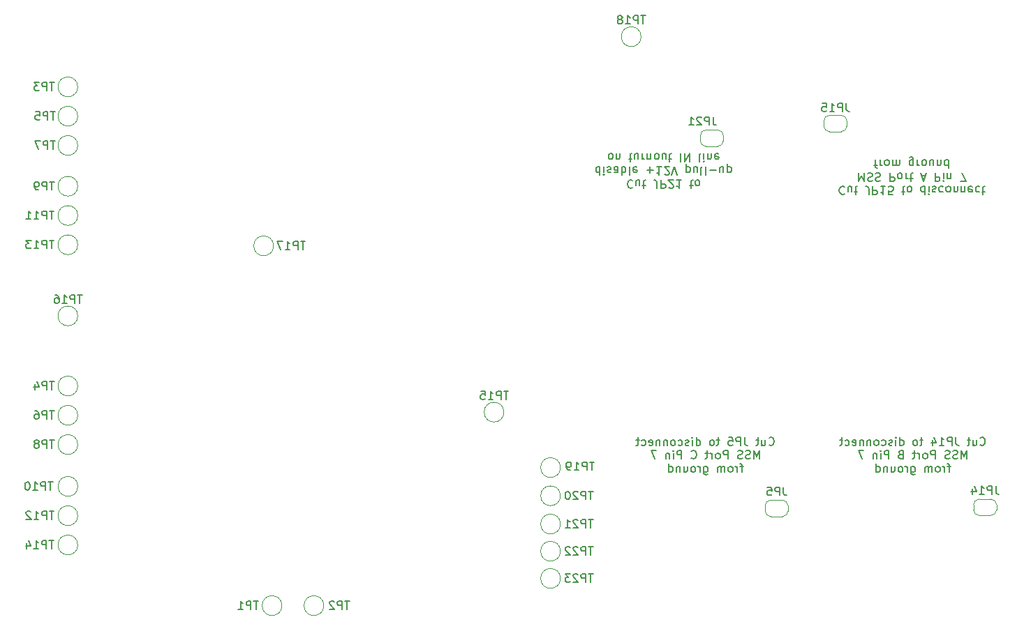
<source format=gbo>
G04 #@! TF.GenerationSoftware,KiCad,Pcbnew,6.0.10-86aedd382b~118~ubuntu18.04.1*
G04 #@! TF.CreationDate,2024-12-06T10:44:55-07:00*
G04 #@! TF.ProjectId,mss-switch,6d73732d-7377-4697-9463-682e6b696361,rev?*
G04 #@! TF.SameCoordinates,Original*
G04 #@! TF.FileFunction,Legend,Bot*
G04 #@! TF.FilePolarity,Positive*
%FSLAX46Y46*%
G04 Gerber Fmt 4.6, Leading zero omitted, Abs format (unit mm)*
G04 Created by KiCad (PCBNEW 6.0.10-86aedd382b~118~ubuntu18.04.1) date 2024-12-06 10:44:55*
%MOMM*%
%LPD*%
G01*
G04 APERTURE LIST*
%ADD10C,0.150000*%
%ADD11C,0.120000*%
G04 APERTURE END LIST*
D10*
X116021476Y-169308142D02*
X116069095Y-169355761D01*
X116211952Y-169403380D01*
X116307190Y-169403380D01*
X116450047Y-169355761D01*
X116545285Y-169260523D01*
X116592904Y-169165285D01*
X116640523Y-168974809D01*
X116640523Y-168831952D01*
X116592904Y-168641476D01*
X116545285Y-168546238D01*
X116450047Y-168451000D01*
X116307190Y-168403380D01*
X116211952Y-168403380D01*
X116069095Y-168451000D01*
X116021476Y-168498619D01*
X115164333Y-168736714D02*
X115164333Y-169403380D01*
X115592904Y-168736714D02*
X115592904Y-169260523D01*
X115545285Y-169355761D01*
X115450047Y-169403380D01*
X115307190Y-169403380D01*
X115211952Y-169355761D01*
X115164333Y-169308142D01*
X114831000Y-168736714D02*
X114450047Y-168736714D01*
X114688142Y-168403380D02*
X114688142Y-169260523D01*
X114640523Y-169355761D01*
X114545285Y-169403380D01*
X114450047Y-169403380D01*
X113069095Y-168403380D02*
X113069095Y-169117666D01*
X113116714Y-169260523D01*
X113211952Y-169355761D01*
X113354809Y-169403380D01*
X113450047Y-169403380D01*
X112592904Y-169403380D02*
X112592904Y-168403380D01*
X112211952Y-168403380D01*
X112116714Y-168451000D01*
X112069095Y-168498619D01*
X112021476Y-168593857D01*
X112021476Y-168736714D01*
X112069095Y-168831952D01*
X112116714Y-168879571D01*
X112211952Y-168927190D01*
X112592904Y-168927190D01*
X111116714Y-168403380D02*
X111592904Y-168403380D01*
X111640523Y-168879571D01*
X111592904Y-168831952D01*
X111497666Y-168784333D01*
X111259571Y-168784333D01*
X111164333Y-168831952D01*
X111116714Y-168879571D01*
X111069095Y-168974809D01*
X111069095Y-169212904D01*
X111116714Y-169308142D01*
X111164333Y-169355761D01*
X111259571Y-169403380D01*
X111497666Y-169403380D01*
X111592904Y-169355761D01*
X111640523Y-169308142D01*
X110021476Y-168736714D02*
X109640523Y-168736714D01*
X109878619Y-168403380D02*
X109878619Y-169260523D01*
X109831000Y-169355761D01*
X109735761Y-169403380D01*
X109640523Y-169403380D01*
X109164333Y-169403380D02*
X109259571Y-169355761D01*
X109307190Y-169308142D01*
X109354809Y-169212904D01*
X109354809Y-168927190D01*
X109307190Y-168831952D01*
X109259571Y-168784333D01*
X109164333Y-168736714D01*
X109021476Y-168736714D01*
X108926238Y-168784333D01*
X108878619Y-168831952D01*
X108831000Y-168927190D01*
X108831000Y-169212904D01*
X108878619Y-169308142D01*
X108926238Y-169355761D01*
X109021476Y-169403380D01*
X109164333Y-169403380D01*
X107211952Y-169403380D02*
X107211952Y-168403380D01*
X107211952Y-169355761D02*
X107307190Y-169403380D01*
X107497666Y-169403380D01*
X107592904Y-169355761D01*
X107640523Y-169308142D01*
X107688142Y-169212904D01*
X107688142Y-168927190D01*
X107640523Y-168831952D01*
X107592904Y-168784333D01*
X107497666Y-168736714D01*
X107307190Y-168736714D01*
X107211952Y-168784333D01*
X106735761Y-169403380D02*
X106735761Y-168736714D01*
X106735761Y-168403380D02*
X106783380Y-168451000D01*
X106735761Y-168498619D01*
X106688142Y-168451000D01*
X106735761Y-168403380D01*
X106735761Y-168498619D01*
X106307190Y-169355761D02*
X106211952Y-169403380D01*
X106021476Y-169403380D01*
X105926238Y-169355761D01*
X105878619Y-169260523D01*
X105878619Y-169212904D01*
X105926238Y-169117666D01*
X106021476Y-169070047D01*
X106164333Y-169070047D01*
X106259571Y-169022428D01*
X106307190Y-168927190D01*
X106307190Y-168879571D01*
X106259571Y-168784333D01*
X106164333Y-168736714D01*
X106021476Y-168736714D01*
X105926238Y-168784333D01*
X105021476Y-169355761D02*
X105116714Y-169403380D01*
X105307190Y-169403380D01*
X105402428Y-169355761D01*
X105450047Y-169308142D01*
X105497666Y-169212904D01*
X105497666Y-168927190D01*
X105450047Y-168831952D01*
X105402428Y-168784333D01*
X105307190Y-168736714D01*
X105116714Y-168736714D01*
X105021476Y-168784333D01*
X104450047Y-169403380D02*
X104545285Y-169355761D01*
X104592904Y-169308142D01*
X104640523Y-169212904D01*
X104640523Y-168927190D01*
X104592904Y-168831952D01*
X104545285Y-168784333D01*
X104450047Y-168736714D01*
X104307190Y-168736714D01*
X104211952Y-168784333D01*
X104164333Y-168831952D01*
X104116714Y-168927190D01*
X104116714Y-169212904D01*
X104164333Y-169308142D01*
X104211952Y-169355761D01*
X104307190Y-169403380D01*
X104450047Y-169403380D01*
X103688142Y-168736714D02*
X103688142Y-169403380D01*
X103688142Y-168831952D02*
X103640523Y-168784333D01*
X103545285Y-168736714D01*
X103402428Y-168736714D01*
X103307190Y-168784333D01*
X103259571Y-168879571D01*
X103259571Y-169403380D01*
X102783380Y-168736714D02*
X102783380Y-169403380D01*
X102783380Y-168831952D02*
X102735761Y-168784333D01*
X102640523Y-168736714D01*
X102497666Y-168736714D01*
X102402428Y-168784333D01*
X102354809Y-168879571D01*
X102354809Y-169403380D01*
X101497666Y-169355761D02*
X101592904Y-169403380D01*
X101783380Y-169403380D01*
X101878619Y-169355761D01*
X101926238Y-169260523D01*
X101926238Y-168879571D01*
X101878619Y-168784333D01*
X101783380Y-168736714D01*
X101592904Y-168736714D01*
X101497666Y-168784333D01*
X101450047Y-168879571D01*
X101450047Y-168974809D01*
X101926238Y-169070047D01*
X100592904Y-169355761D02*
X100688142Y-169403380D01*
X100878619Y-169403380D01*
X100973857Y-169355761D01*
X101021476Y-169308142D01*
X101069095Y-169212904D01*
X101069095Y-168927190D01*
X101021476Y-168831952D01*
X100973857Y-168784333D01*
X100878619Y-168736714D01*
X100688142Y-168736714D01*
X100592904Y-168784333D01*
X100307190Y-168736714D02*
X99926238Y-168736714D01*
X100164333Y-168403380D02*
X100164333Y-169260523D01*
X100116714Y-169355761D01*
X100021476Y-169403380D01*
X99926238Y-169403380D01*
X114854809Y-171013380D02*
X114854809Y-170013380D01*
X114521476Y-170727666D01*
X114188142Y-170013380D01*
X114188142Y-171013380D01*
X113759571Y-170965761D02*
X113616714Y-171013380D01*
X113378619Y-171013380D01*
X113283380Y-170965761D01*
X113235761Y-170918142D01*
X113188142Y-170822904D01*
X113188142Y-170727666D01*
X113235761Y-170632428D01*
X113283380Y-170584809D01*
X113378619Y-170537190D01*
X113569095Y-170489571D01*
X113664333Y-170441952D01*
X113711952Y-170394333D01*
X113759571Y-170299095D01*
X113759571Y-170203857D01*
X113711952Y-170108619D01*
X113664333Y-170061000D01*
X113569095Y-170013380D01*
X113331000Y-170013380D01*
X113188142Y-170061000D01*
X112807190Y-170965761D02*
X112664333Y-171013380D01*
X112426238Y-171013380D01*
X112331000Y-170965761D01*
X112283380Y-170918142D01*
X112235761Y-170822904D01*
X112235761Y-170727666D01*
X112283380Y-170632428D01*
X112331000Y-170584809D01*
X112426238Y-170537190D01*
X112616714Y-170489571D01*
X112711952Y-170441952D01*
X112759571Y-170394333D01*
X112807190Y-170299095D01*
X112807190Y-170203857D01*
X112759571Y-170108619D01*
X112711952Y-170061000D01*
X112616714Y-170013380D01*
X112378619Y-170013380D01*
X112235761Y-170061000D01*
X111045285Y-171013380D02*
X111045285Y-170013380D01*
X110664333Y-170013380D01*
X110569095Y-170061000D01*
X110521476Y-170108619D01*
X110473857Y-170203857D01*
X110473857Y-170346714D01*
X110521476Y-170441952D01*
X110569095Y-170489571D01*
X110664333Y-170537190D01*
X111045285Y-170537190D01*
X109902428Y-171013380D02*
X109997666Y-170965761D01*
X110045285Y-170918142D01*
X110092904Y-170822904D01*
X110092904Y-170537190D01*
X110045285Y-170441952D01*
X109997666Y-170394333D01*
X109902428Y-170346714D01*
X109759571Y-170346714D01*
X109664333Y-170394333D01*
X109616714Y-170441952D01*
X109569095Y-170537190D01*
X109569095Y-170822904D01*
X109616714Y-170918142D01*
X109664333Y-170965761D01*
X109759571Y-171013380D01*
X109902428Y-171013380D01*
X109140523Y-171013380D02*
X109140523Y-170346714D01*
X109140523Y-170537190D02*
X109092904Y-170441952D01*
X109045285Y-170394333D01*
X108950047Y-170346714D01*
X108854809Y-170346714D01*
X108664333Y-170346714D02*
X108283380Y-170346714D01*
X108521476Y-170013380D02*
X108521476Y-170870523D01*
X108473857Y-170965761D01*
X108378619Y-171013380D01*
X108283380Y-171013380D01*
X106616714Y-170918142D02*
X106664333Y-170965761D01*
X106807190Y-171013380D01*
X106902428Y-171013380D01*
X107045285Y-170965761D01*
X107140523Y-170870523D01*
X107188142Y-170775285D01*
X107235761Y-170584809D01*
X107235761Y-170441952D01*
X107188142Y-170251476D01*
X107140523Y-170156238D01*
X107045285Y-170061000D01*
X106902428Y-170013380D01*
X106807190Y-170013380D01*
X106664333Y-170061000D01*
X106616714Y-170108619D01*
X105426238Y-171013380D02*
X105426238Y-170013380D01*
X105045285Y-170013380D01*
X104950047Y-170061000D01*
X104902428Y-170108619D01*
X104854809Y-170203857D01*
X104854809Y-170346714D01*
X104902428Y-170441952D01*
X104950047Y-170489571D01*
X105045285Y-170537190D01*
X105426238Y-170537190D01*
X104426238Y-171013380D02*
X104426238Y-170346714D01*
X104426238Y-170013380D02*
X104473857Y-170061000D01*
X104426238Y-170108619D01*
X104378619Y-170061000D01*
X104426238Y-170013380D01*
X104426238Y-170108619D01*
X103950047Y-170346714D02*
X103950047Y-171013380D01*
X103950047Y-170441952D02*
X103902428Y-170394333D01*
X103807190Y-170346714D01*
X103664333Y-170346714D01*
X103569095Y-170394333D01*
X103521476Y-170489571D01*
X103521476Y-171013380D01*
X102378619Y-170013380D02*
X101711952Y-170013380D01*
X102140523Y-171013380D01*
X112902428Y-171956714D02*
X112521476Y-171956714D01*
X112759571Y-172623380D02*
X112759571Y-171766238D01*
X112711952Y-171671000D01*
X112616714Y-171623380D01*
X112521476Y-171623380D01*
X112188142Y-172623380D02*
X112188142Y-171956714D01*
X112188142Y-172147190D02*
X112140523Y-172051952D01*
X112092904Y-172004333D01*
X111997666Y-171956714D01*
X111902428Y-171956714D01*
X111426238Y-172623380D02*
X111521476Y-172575761D01*
X111569095Y-172528142D01*
X111616714Y-172432904D01*
X111616714Y-172147190D01*
X111569095Y-172051952D01*
X111521476Y-172004333D01*
X111426238Y-171956714D01*
X111283380Y-171956714D01*
X111188142Y-172004333D01*
X111140523Y-172051952D01*
X111092904Y-172147190D01*
X111092904Y-172432904D01*
X111140523Y-172528142D01*
X111188142Y-172575761D01*
X111283380Y-172623380D01*
X111426238Y-172623380D01*
X110664333Y-172623380D02*
X110664333Y-171956714D01*
X110664333Y-172051952D02*
X110616714Y-172004333D01*
X110521476Y-171956714D01*
X110378619Y-171956714D01*
X110283380Y-172004333D01*
X110235761Y-172099571D01*
X110235761Y-172623380D01*
X110235761Y-172099571D02*
X110188142Y-172004333D01*
X110092904Y-171956714D01*
X109950047Y-171956714D01*
X109854809Y-172004333D01*
X109807190Y-172099571D01*
X109807190Y-172623380D01*
X108140523Y-171956714D02*
X108140523Y-172766238D01*
X108188142Y-172861476D01*
X108235761Y-172909095D01*
X108331000Y-172956714D01*
X108473857Y-172956714D01*
X108569095Y-172909095D01*
X108140523Y-172575761D02*
X108235761Y-172623380D01*
X108426238Y-172623380D01*
X108521476Y-172575761D01*
X108569095Y-172528142D01*
X108616714Y-172432904D01*
X108616714Y-172147190D01*
X108569095Y-172051952D01*
X108521476Y-172004333D01*
X108426238Y-171956714D01*
X108235761Y-171956714D01*
X108140523Y-172004333D01*
X107664333Y-172623380D02*
X107664333Y-171956714D01*
X107664333Y-172147190D02*
X107616714Y-172051952D01*
X107569095Y-172004333D01*
X107473857Y-171956714D01*
X107378619Y-171956714D01*
X106902428Y-172623380D02*
X106997666Y-172575761D01*
X107045285Y-172528142D01*
X107092904Y-172432904D01*
X107092904Y-172147190D01*
X107045285Y-172051952D01*
X106997666Y-172004333D01*
X106902428Y-171956714D01*
X106759571Y-171956714D01*
X106664333Y-172004333D01*
X106616714Y-172051952D01*
X106569095Y-172147190D01*
X106569095Y-172432904D01*
X106616714Y-172528142D01*
X106664333Y-172575761D01*
X106759571Y-172623380D01*
X106902428Y-172623380D01*
X105711952Y-171956714D02*
X105711952Y-172623380D01*
X106140523Y-171956714D02*
X106140523Y-172480523D01*
X106092904Y-172575761D01*
X105997666Y-172623380D01*
X105854809Y-172623380D01*
X105759571Y-172575761D01*
X105711952Y-172528142D01*
X105235761Y-171956714D02*
X105235761Y-172623380D01*
X105235761Y-172051952D02*
X105188142Y-172004333D01*
X105092904Y-171956714D01*
X104950047Y-171956714D01*
X104854809Y-172004333D01*
X104807190Y-172099571D01*
X104807190Y-172623380D01*
X103902428Y-172623380D02*
X103902428Y-171623380D01*
X103902428Y-172575761D02*
X103997666Y-172623380D01*
X104188142Y-172623380D01*
X104283380Y-172575761D01*
X104331000Y-172528142D01*
X104378619Y-172432904D01*
X104378619Y-172147190D01*
X104331000Y-172051952D01*
X104283380Y-172004333D01*
X104188142Y-171956714D01*
X103997666Y-171956714D01*
X103902428Y-172004333D01*
X99489095Y-137269857D02*
X99441476Y-137222238D01*
X99298619Y-137174619D01*
X99203380Y-137174619D01*
X99060523Y-137222238D01*
X98965285Y-137317476D01*
X98917666Y-137412714D01*
X98870047Y-137603190D01*
X98870047Y-137746047D01*
X98917666Y-137936523D01*
X98965285Y-138031761D01*
X99060523Y-138127000D01*
X99203380Y-138174619D01*
X99298619Y-138174619D01*
X99441476Y-138127000D01*
X99489095Y-138079380D01*
X100346238Y-137841285D02*
X100346238Y-137174619D01*
X99917666Y-137841285D02*
X99917666Y-137317476D01*
X99965285Y-137222238D01*
X100060523Y-137174619D01*
X100203380Y-137174619D01*
X100298619Y-137222238D01*
X100346238Y-137269857D01*
X100679571Y-137841285D02*
X101060523Y-137841285D01*
X100822428Y-138174619D02*
X100822428Y-137317476D01*
X100870047Y-137222238D01*
X100965285Y-137174619D01*
X101060523Y-137174619D01*
X102441476Y-138174619D02*
X102441476Y-137460333D01*
X102393857Y-137317476D01*
X102298619Y-137222238D01*
X102155761Y-137174619D01*
X102060523Y-137174619D01*
X102917666Y-137174619D02*
X102917666Y-138174619D01*
X103298619Y-138174619D01*
X103393857Y-138127000D01*
X103441476Y-138079380D01*
X103489095Y-137984142D01*
X103489095Y-137841285D01*
X103441476Y-137746047D01*
X103393857Y-137698428D01*
X103298619Y-137650809D01*
X102917666Y-137650809D01*
X103870047Y-138079380D02*
X103917666Y-138127000D01*
X104012904Y-138174619D01*
X104251000Y-138174619D01*
X104346238Y-138127000D01*
X104393857Y-138079380D01*
X104441476Y-137984142D01*
X104441476Y-137888904D01*
X104393857Y-137746047D01*
X103822428Y-137174619D01*
X104441476Y-137174619D01*
X105393857Y-137174619D02*
X104822428Y-137174619D01*
X105108142Y-137174619D02*
X105108142Y-138174619D01*
X105012904Y-138031761D01*
X104917666Y-137936523D01*
X104822428Y-137888904D01*
X106441476Y-137841285D02*
X106822428Y-137841285D01*
X106584333Y-138174619D02*
X106584333Y-137317476D01*
X106631952Y-137222238D01*
X106727190Y-137174619D01*
X106822428Y-137174619D01*
X107298619Y-137174619D02*
X107203380Y-137222238D01*
X107155761Y-137269857D01*
X107108142Y-137365095D01*
X107108142Y-137650809D01*
X107155761Y-137746047D01*
X107203380Y-137793666D01*
X107298619Y-137841285D01*
X107441476Y-137841285D01*
X107536714Y-137793666D01*
X107584333Y-137746047D01*
X107631952Y-137650809D01*
X107631952Y-137365095D01*
X107584333Y-137269857D01*
X107536714Y-137222238D01*
X107441476Y-137174619D01*
X107298619Y-137174619D01*
X95512904Y-135564619D02*
X95512904Y-136564619D01*
X95512904Y-135612238D02*
X95417666Y-135564619D01*
X95227190Y-135564619D01*
X95131952Y-135612238D01*
X95084333Y-135659857D01*
X95036714Y-135755095D01*
X95036714Y-136040809D01*
X95084333Y-136136047D01*
X95131952Y-136183666D01*
X95227190Y-136231285D01*
X95417666Y-136231285D01*
X95512904Y-136183666D01*
X95989095Y-135564619D02*
X95989095Y-136231285D01*
X95989095Y-136564619D02*
X95941476Y-136517000D01*
X95989095Y-136469380D01*
X96036714Y-136517000D01*
X95989095Y-136564619D01*
X95989095Y-136469380D01*
X96417666Y-135612238D02*
X96512904Y-135564619D01*
X96703380Y-135564619D01*
X96798619Y-135612238D01*
X96846238Y-135707476D01*
X96846238Y-135755095D01*
X96798619Y-135850333D01*
X96703380Y-135897952D01*
X96560523Y-135897952D01*
X96465285Y-135945571D01*
X96417666Y-136040809D01*
X96417666Y-136088428D01*
X96465285Y-136183666D01*
X96560523Y-136231285D01*
X96703380Y-136231285D01*
X96798619Y-136183666D01*
X97703380Y-135564619D02*
X97703380Y-136088428D01*
X97655761Y-136183666D01*
X97560523Y-136231285D01*
X97370047Y-136231285D01*
X97274809Y-136183666D01*
X97703380Y-135612238D02*
X97608142Y-135564619D01*
X97370047Y-135564619D01*
X97274809Y-135612238D01*
X97227190Y-135707476D01*
X97227190Y-135802714D01*
X97274809Y-135897952D01*
X97370047Y-135945571D01*
X97608142Y-135945571D01*
X97703380Y-135993190D01*
X98179571Y-135564619D02*
X98179571Y-136564619D01*
X98179571Y-136183666D02*
X98274809Y-136231285D01*
X98465285Y-136231285D01*
X98560523Y-136183666D01*
X98608142Y-136136047D01*
X98655761Y-136040809D01*
X98655761Y-135755095D01*
X98608142Y-135659857D01*
X98560523Y-135612238D01*
X98465285Y-135564619D01*
X98274809Y-135564619D01*
X98179571Y-135612238D01*
X99227190Y-135564619D02*
X99131952Y-135612238D01*
X99084333Y-135707476D01*
X99084333Y-136564619D01*
X99989095Y-135612238D02*
X99893857Y-135564619D01*
X99703380Y-135564619D01*
X99608142Y-135612238D01*
X99560523Y-135707476D01*
X99560523Y-136088428D01*
X99608142Y-136183666D01*
X99703380Y-136231285D01*
X99893857Y-136231285D01*
X99989095Y-136183666D01*
X100036714Y-136088428D01*
X100036714Y-135993190D01*
X99560523Y-135897952D01*
X101227190Y-135945571D02*
X101989095Y-135945571D01*
X101608142Y-135564619D02*
X101608142Y-136326523D01*
X102989095Y-135564619D02*
X102417666Y-135564619D01*
X102703380Y-135564619D02*
X102703380Y-136564619D01*
X102608142Y-136421761D01*
X102512904Y-136326523D01*
X102417666Y-136278904D01*
X103370047Y-136469380D02*
X103417666Y-136517000D01*
X103512904Y-136564619D01*
X103751000Y-136564619D01*
X103846238Y-136517000D01*
X103893857Y-136469380D01*
X103941476Y-136374142D01*
X103941476Y-136278904D01*
X103893857Y-136136047D01*
X103322428Y-135564619D01*
X103941476Y-135564619D01*
X104227190Y-136564619D02*
X104560523Y-135564619D01*
X104893857Y-136564619D01*
X105989095Y-136231285D02*
X105989095Y-135231285D01*
X105989095Y-136183666D02*
X106084333Y-136231285D01*
X106274809Y-136231285D01*
X106370047Y-136183666D01*
X106417666Y-136136047D01*
X106465285Y-136040809D01*
X106465285Y-135755095D01*
X106417666Y-135659857D01*
X106370047Y-135612238D01*
X106274809Y-135564619D01*
X106084333Y-135564619D01*
X105989095Y-135612238D01*
X107322428Y-136231285D02*
X107322428Y-135564619D01*
X106893857Y-136231285D02*
X106893857Y-135707476D01*
X106941476Y-135612238D01*
X107036714Y-135564619D01*
X107179571Y-135564619D01*
X107274809Y-135612238D01*
X107322428Y-135659857D01*
X107941476Y-135564619D02*
X107846238Y-135612238D01*
X107798619Y-135707476D01*
X107798619Y-136564619D01*
X108465285Y-135564619D02*
X108370047Y-135612238D01*
X108322428Y-135707476D01*
X108322428Y-136564619D01*
X108846238Y-135945571D02*
X109608142Y-135945571D01*
X110512904Y-136231285D02*
X110512904Y-135564619D01*
X110084333Y-136231285D02*
X110084333Y-135707476D01*
X110131952Y-135612238D01*
X110227190Y-135564619D01*
X110370047Y-135564619D01*
X110465285Y-135612238D01*
X110512904Y-135659857D01*
X110989095Y-136231285D02*
X110989095Y-135231285D01*
X110989095Y-136183666D02*
X111084333Y-136231285D01*
X111274809Y-136231285D01*
X111370047Y-136183666D01*
X111417666Y-136136047D01*
X111465285Y-136040809D01*
X111465285Y-135755095D01*
X111417666Y-135659857D01*
X111370047Y-135612238D01*
X111274809Y-135564619D01*
X111084333Y-135564619D01*
X110989095Y-135612238D01*
X96751000Y-133954619D02*
X96655761Y-134002238D01*
X96608142Y-134049857D01*
X96560523Y-134145095D01*
X96560523Y-134430809D01*
X96608142Y-134526047D01*
X96655761Y-134573666D01*
X96751000Y-134621285D01*
X96893857Y-134621285D01*
X96989095Y-134573666D01*
X97036714Y-134526047D01*
X97084333Y-134430809D01*
X97084333Y-134145095D01*
X97036714Y-134049857D01*
X96989095Y-134002238D01*
X96893857Y-133954619D01*
X96751000Y-133954619D01*
X97512904Y-134621285D02*
X97512904Y-133954619D01*
X97512904Y-134526047D02*
X97560523Y-134573666D01*
X97655761Y-134621285D01*
X97798619Y-134621285D01*
X97893857Y-134573666D01*
X97941476Y-134478428D01*
X97941476Y-133954619D01*
X99036714Y-134621285D02*
X99417666Y-134621285D01*
X99179571Y-134954619D02*
X99179571Y-134097476D01*
X99227190Y-134002238D01*
X99322428Y-133954619D01*
X99417666Y-133954619D01*
X100179571Y-134621285D02*
X100179571Y-133954619D01*
X99751000Y-134621285D02*
X99751000Y-134097476D01*
X99798619Y-134002238D01*
X99893857Y-133954619D01*
X100036714Y-133954619D01*
X100131952Y-134002238D01*
X100179571Y-134049857D01*
X100655761Y-133954619D02*
X100655761Y-134621285D01*
X100655761Y-134430809D02*
X100703380Y-134526047D01*
X100751000Y-134573666D01*
X100846238Y-134621285D01*
X100941476Y-134621285D01*
X101274809Y-134621285D02*
X101274809Y-133954619D01*
X101274809Y-134526047D02*
X101322428Y-134573666D01*
X101417666Y-134621285D01*
X101560523Y-134621285D01*
X101655761Y-134573666D01*
X101703380Y-134478428D01*
X101703380Y-133954619D01*
X102322428Y-133954619D02*
X102227190Y-134002238D01*
X102179571Y-134049857D01*
X102131952Y-134145095D01*
X102131952Y-134430809D01*
X102179571Y-134526047D01*
X102227190Y-134573666D01*
X102322428Y-134621285D01*
X102465285Y-134621285D01*
X102560523Y-134573666D01*
X102608142Y-134526047D01*
X102655761Y-134430809D01*
X102655761Y-134145095D01*
X102608142Y-134049857D01*
X102560523Y-134002238D01*
X102465285Y-133954619D01*
X102322428Y-133954619D01*
X103512904Y-134621285D02*
X103512904Y-133954619D01*
X103084333Y-134621285D02*
X103084333Y-134097476D01*
X103131952Y-134002238D01*
X103227190Y-133954619D01*
X103370047Y-133954619D01*
X103465285Y-134002238D01*
X103512904Y-134049857D01*
X103846238Y-134621285D02*
X104227190Y-134621285D01*
X103989095Y-134954619D02*
X103989095Y-134097476D01*
X104036714Y-134002238D01*
X104131952Y-133954619D01*
X104227190Y-133954619D01*
X105322428Y-133954619D02*
X105322428Y-134954619D01*
X105798619Y-133954619D02*
X105798619Y-134954619D01*
X106370047Y-133954619D01*
X106370047Y-134954619D01*
X107751000Y-133954619D02*
X107655761Y-134002238D01*
X107608142Y-134097476D01*
X107608142Y-134954619D01*
X108131952Y-133954619D02*
X108131952Y-134621285D01*
X108131952Y-134954619D02*
X108084333Y-134907000D01*
X108131952Y-134859380D01*
X108179571Y-134907000D01*
X108131952Y-134954619D01*
X108131952Y-134859380D01*
X108608142Y-134621285D02*
X108608142Y-133954619D01*
X108608142Y-134526047D02*
X108655761Y-134573666D01*
X108751000Y-134621285D01*
X108893857Y-134621285D01*
X108989095Y-134573666D01*
X109036714Y-134478428D01*
X109036714Y-133954619D01*
X109893857Y-134002238D02*
X109798619Y-133954619D01*
X109608142Y-133954619D01*
X109512904Y-134002238D01*
X109465285Y-134097476D01*
X109465285Y-134478428D01*
X109512904Y-134573666D01*
X109608142Y-134621285D01*
X109798619Y-134621285D01*
X109893857Y-134573666D01*
X109941476Y-134478428D01*
X109941476Y-134383190D01*
X109465285Y-134287952D01*
X125183333Y-138031857D02*
X125135714Y-137984238D01*
X124992857Y-137936619D01*
X124897619Y-137936619D01*
X124754761Y-137984238D01*
X124659523Y-138079476D01*
X124611904Y-138174714D01*
X124564285Y-138365190D01*
X124564285Y-138508047D01*
X124611904Y-138698523D01*
X124659523Y-138793761D01*
X124754761Y-138889000D01*
X124897619Y-138936619D01*
X124992857Y-138936619D01*
X125135714Y-138889000D01*
X125183333Y-138841380D01*
X126040476Y-138603285D02*
X126040476Y-137936619D01*
X125611904Y-138603285D02*
X125611904Y-138079476D01*
X125659523Y-137984238D01*
X125754761Y-137936619D01*
X125897619Y-137936619D01*
X125992857Y-137984238D01*
X126040476Y-138031857D01*
X126373809Y-138603285D02*
X126754761Y-138603285D01*
X126516666Y-138936619D02*
X126516666Y-138079476D01*
X126564285Y-137984238D01*
X126659523Y-137936619D01*
X126754761Y-137936619D01*
X128135714Y-138936619D02*
X128135714Y-138222333D01*
X128088095Y-138079476D01*
X127992857Y-137984238D01*
X127850000Y-137936619D01*
X127754761Y-137936619D01*
X128611904Y-137936619D02*
X128611904Y-138936619D01*
X128992857Y-138936619D01*
X129088095Y-138889000D01*
X129135714Y-138841380D01*
X129183333Y-138746142D01*
X129183333Y-138603285D01*
X129135714Y-138508047D01*
X129088095Y-138460428D01*
X128992857Y-138412809D01*
X128611904Y-138412809D01*
X130135714Y-137936619D02*
X129564285Y-137936619D01*
X129850000Y-137936619D02*
X129850000Y-138936619D01*
X129754761Y-138793761D01*
X129659523Y-138698523D01*
X129564285Y-138650904D01*
X131040476Y-138936619D02*
X130564285Y-138936619D01*
X130516666Y-138460428D01*
X130564285Y-138508047D01*
X130659523Y-138555666D01*
X130897619Y-138555666D01*
X130992857Y-138508047D01*
X131040476Y-138460428D01*
X131088095Y-138365190D01*
X131088095Y-138127095D01*
X131040476Y-138031857D01*
X130992857Y-137984238D01*
X130897619Y-137936619D01*
X130659523Y-137936619D01*
X130564285Y-137984238D01*
X130516666Y-138031857D01*
X132135714Y-138603285D02*
X132516666Y-138603285D01*
X132278571Y-138936619D02*
X132278571Y-138079476D01*
X132326190Y-137984238D01*
X132421428Y-137936619D01*
X132516666Y-137936619D01*
X132992857Y-137936619D02*
X132897619Y-137984238D01*
X132850000Y-138031857D01*
X132802380Y-138127095D01*
X132802380Y-138412809D01*
X132850000Y-138508047D01*
X132897619Y-138555666D01*
X132992857Y-138603285D01*
X133135714Y-138603285D01*
X133230952Y-138555666D01*
X133278571Y-138508047D01*
X133326190Y-138412809D01*
X133326190Y-138127095D01*
X133278571Y-138031857D01*
X133230952Y-137984238D01*
X133135714Y-137936619D01*
X132992857Y-137936619D01*
X134945238Y-137936619D02*
X134945238Y-138936619D01*
X134945238Y-137984238D02*
X134850000Y-137936619D01*
X134659523Y-137936619D01*
X134564285Y-137984238D01*
X134516666Y-138031857D01*
X134469047Y-138127095D01*
X134469047Y-138412809D01*
X134516666Y-138508047D01*
X134564285Y-138555666D01*
X134659523Y-138603285D01*
X134850000Y-138603285D01*
X134945238Y-138555666D01*
X135421428Y-137936619D02*
X135421428Y-138603285D01*
X135421428Y-138936619D02*
X135373809Y-138889000D01*
X135421428Y-138841380D01*
X135469047Y-138889000D01*
X135421428Y-138936619D01*
X135421428Y-138841380D01*
X135850000Y-137984238D02*
X135945238Y-137936619D01*
X136135714Y-137936619D01*
X136230952Y-137984238D01*
X136278571Y-138079476D01*
X136278571Y-138127095D01*
X136230952Y-138222333D01*
X136135714Y-138269952D01*
X135992857Y-138269952D01*
X135897619Y-138317571D01*
X135850000Y-138412809D01*
X135850000Y-138460428D01*
X135897619Y-138555666D01*
X135992857Y-138603285D01*
X136135714Y-138603285D01*
X136230952Y-138555666D01*
X137135714Y-137984238D02*
X137040476Y-137936619D01*
X136850000Y-137936619D01*
X136754761Y-137984238D01*
X136707142Y-138031857D01*
X136659523Y-138127095D01*
X136659523Y-138412809D01*
X136707142Y-138508047D01*
X136754761Y-138555666D01*
X136850000Y-138603285D01*
X137040476Y-138603285D01*
X137135714Y-138555666D01*
X137707142Y-137936619D02*
X137611904Y-137984238D01*
X137564285Y-138031857D01*
X137516666Y-138127095D01*
X137516666Y-138412809D01*
X137564285Y-138508047D01*
X137611904Y-138555666D01*
X137707142Y-138603285D01*
X137850000Y-138603285D01*
X137945238Y-138555666D01*
X137992857Y-138508047D01*
X138040476Y-138412809D01*
X138040476Y-138127095D01*
X137992857Y-138031857D01*
X137945238Y-137984238D01*
X137850000Y-137936619D01*
X137707142Y-137936619D01*
X138469047Y-138603285D02*
X138469047Y-137936619D01*
X138469047Y-138508047D02*
X138516666Y-138555666D01*
X138611904Y-138603285D01*
X138754761Y-138603285D01*
X138850000Y-138555666D01*
X138897619Y-138460428D01*
X138897619Y-137936619D01*
X139373809Y-138603285D02*
X139373809Y-137936619D01*
X139373809Y-138508047D02*
X139421428Y-138555666D01*
X139516666Y-138603285D01*
X139659523Y-138603285D01*
X139754761Y-138555666D01*
X139802380Y-138460428D01*
X139802380Y-137936619D01*
X140659523Y-137984238D02*
X140564285Y-137936619D01*
X140373809Y-137936619D01*
X140278571Y-137984238D01*
X140230952Y-138079476D01*
X140230952Y-138460428D01*
X140278571Y-138555666D01*
X140373809Y-138603285D01*
X140564285Y-138603285D01*
X140659523Y-138555666D01*
X140707142Y-138460428D01*
X140707142Y-138365190D01*
X140230952Y-138269952D01*
X141564285Y-137984238D02*
X141469047Y-137936619D01*
X141278571Y-137936619D01*
X141183333Y-137984238D01*
X141135714Y-138031857D01*
X141088095Y-138127095D01*
X141088095Y-138412809D01*
X141135714Y-138508047D01*
X141183333Y-138555666D01*
X141278571Y-138603285D01*
X141469047Y-138603285D01*
X141564285Y-138555666D01*
X141850000Y-138603285D02*
X142230952Y-138603285D01*
X141992857Y-138936619D02*
X141992857Y-138079476D01*
X142040476Y-137984238D01*
X142135714Y-137936619D01*
X142230952Y-137936619D01*
X126897619Y-136326619D02*
X126897619Y-137326619D01*
X127230952Y-136612333D01*
X127564285Y-137326619D01*
X127564285Y-136326619D01*
X127992857Y-136374238D02*
X128135714Y-136326619D01*
X128373809Y-136326619D01*
X128469047Y-136374238D01*
X128516666Y-136421857D01*
X128564285Y-136517095D01*
X128564285Y-136612333D01*
X128516666Y-136707571D01*
X128469047Y-136755190D01*
X128373809Y-136802809D01*
X128183333Y-136850428D01*
X128088095Y-136898047D01*
X128040476Y-136945666D01*
X127992857Y-137040904D01*
X127992857Y-137136142D01*
X128040476Y-137231380D01*
X128088095Y-137279000D01*
X128183333Y-137326619D01*
X128421428Y-137326619D01*
X128564285Y-137279000D01*
X128945238Y-136374238D02*
X129088095Y-136326619D01*
X129326190Y-136326619D01*
X129421428Y-136374238D01*
X129469047Y-136421857D01*
X129516666Y-136517095D01*
X129516666Y-136612333D01*
X129469047Y-136707571D01*
X129421428Y-136755190D01*
X129326190Y-136802809D01*
X129135714Y-136850428D01*
X129040476Y-136898047D01*
X128992857Y-136945666D01*
X128945238Y-137040904D01*
X128945238Y-137136142D01*
X128992857Y-137231380D01*
X129040476Y-137279000D01*
X129135714Y-137326619D01*
X129373809Y-137326619D01*
X129516666Y-137279000D01*
X130707142Y-136326619D02*
X130707142Y-137326619D01*
X131088095Y-137326619D01*
X131183333Y-137279000D01*
X131230952Y-137231380D01*
X131278571Y-137136142D01*
X131278571Y-136993285D01*
X131230952Y-136898047D01*
X131183333Y-136850428D01*
X131088095Y-136802809D01*
X130707142Y-136802809D01*
X131850000Y-136326619D02*
X131754761Y-136374238D01*
X131707142Y-136421857D01*
X131659523Y-136517095D01*
X131659523Y-136802809D01*
X131707142Y-136898047D01*
X131754761Y-136945666D01*
X131850000Y-136993285D01*
X131992857Y-136993285D01*
X132088095Y-136945666D01*
X132135714Y-136898047D01*
X132183333Y-136802809D01*
X132183333Y-136517095D01*
X132135714Y-136421857D01*
X132088095Y-136374238D01*
X131992857Y-136326619D01*
X131850000Y-136326619D01*
X132611904Y-136326619D02*
X132611904Y-136993285D01*
X132611904Y-136802809D02*
X132659523Y-136898047D01*
X132707142Y-136945666D01*
X132802380Y-136993285D01*
X132897619Y-136993285D01*
X133088095Y-136993285D02*
X133469047Y-136993285D01*
X133230952Y-137326619D02*
X133230952Y-136469476D01*
X133278571Y-136374238D01*
X133373809Y-136326619D01*
X133469047Y-136326619D01*
X134516666Y-136612333D02*
X134992857Y-136612333D01*
X134421428Y-136326619D02*
X134754761Y-137326619D01*
X135088095Y-136326619D01*
X136183333Y-136326619D02*
X136183333Y-137326619D01*
X136564285Y-137326619D01*
X136659523Y-137279000D01*
X136707142Y-137231380D01*
X136754761Y-137136142D01*
X136754761Y-136993285D01*
X136707142Y-136898047D01*
X136659523Y-136850428D01*
X136564285Y-136802809D01*
X136183333Y-136802809D01*
X137183333Y-136326619D02*
X137183333Y-136993285D01*
X137183333Y-137326619D02*
X137135714Y-137279000D01*
X137183333Y-137231380D01*
X137230952Y-137279000D01*
X137183333Y-137326619D01*
X137183333Y-137231380D01*
X137659523Y-136993285D02*
X137659523Y-136326619D01*
X137659523Y-136898047D02*
X137707142Y-136945666D01*
X137802380Y-136993285D01*
X137945238Y-136993285D01*
X138040476Y-136945666D01*
X138088095Y-136850428D01*
X138088095Y-136326619D01*
X139230952Y-137326619D02*
X139897619Y-137326619D01*
X139469047Y-136326619D01*
X128778571Y-135383285D02*
X129159523Y-135383285D01*
X128921428Y-134716619D02*
X128921428Y-135573761D01*
X128969047Y-135669000D01*
X129064285Y-135716619D01*
X129159523Y-135716619D01*
X129492857Y-134716619D02*
X129492857Y-135383285D01*
X129492857Y-135192809D02*
X129540476Y-135288047D01*
X129588095Y-135335666D01*
X129683333Y-135383285D01*
X129778571Y-135383285D01*
X130254761Y-134716619D02*
X130159523Y-134764238D01*
X130111904Y-134811857D01*
X130064285Y-134907095D01*
X130064285Y-135192809D01*
X130111904Y-135288047D01*
X130159523Y-135335666D01*
X130254761Y-135383285D01*
X130397619Y-135383285D01*
X130492857Y-135335666D01*
X130540476Y-135288047D01*
X130588095Y-135192809D01*
X130588095Y-134907095D01*
X130540476Y-134811857D01*
X130492857Y-134764238D01*
X130397619Y-134716619D01*
X130254761Y-134716619D01*
X131016666Y-134716619D02*
X131016666Y-135383285D01*
X131016666Y-135288047D02*
X131064285Y-135335666D01*
X131159523Y-135383285D01*
X131302380Y-135383285D01*
X131397619Y-135335666D01*
X131445238Y-135240428D01*
X131445238Y-134716619D01*
X131445238Y-135240428D02*
X131492857Y-135335666D01*
X131588095Y-135383285D01*
X131730952Y-135383285D01*
X131826190Y-135335666D01*
X131873809Y-135240428D01*
X131873809Y-134716619D01*
X133540476Y-135383285D02*
X133540476Y-134573761D01*
X133492857Y-134478523D01*
X133445238Y-134430904D01*
X133350000Y-134383285D01*
X133207142Y-134383285D01*
X133111904Y-134430904D01*
X133540476Y-134764238D02*
X133445238Y-134716619D01*
X133254761Y-134716619D01*
X133159523Y-134764238D01*
X133111904Y-134811857D01*
X133064285Y-134907095D01*
X133064285Y-135192809D01*
X133111904Y-135288047D01*
X133159523Y-135335666D01*
X133254761Y-135383285D01*
X133445238Y-135383285D01*
X133540476Y-135335666D01*
X134016666Y-134716619D02*
X134016666Y-135383285D01*
X134016666Y-135192809D02*
X134064285Y-135288047D01*
X134111904Y-135335666D01*
X134207142Y-135383285D01*
X134302380Y-135383285D01*
X134778571Y-134716619D02*
X134683333Y-134764238D01*
X134635714Y-134811857D01*
X134588095Y-134907095D01*
X134588095Y-135192809D01*
X134635714Y-135288047D01*
X134683333Y-135335666D01*
X134778571Y-135383285D01*
X134921428Y-135383285D01*
X135016666Y-135335666D01*
X135064285Y-135288047D01*
X135111904Y-135192809D01*
X135111904Y-134907095D01*
X135064285Y-134811857D01*
X135016666Y-134764238D01*
X134921428Y-134716619D01*
X134778571Y-134716619D01*
X135969047Y-135383285D02*
X135969047Y-134716619D01*
X135540476Y-135383285D02*
X135540476Y-134859476D01*
X135588095Y-134764238D01*
X135683333Y-134716619D01*
X135826190Y-134716619D01*
X135921428Y-134764238D01*
X135969047Y-134811857D01*
X136445238Y-135383285D02*
X136445238Y-134716619D01*
X136445238Y-135288047D02*
X136492857Y-135335666D01*
X136588095Y-135383285D01*
X136730952Y-135383285D01*
X136826190Y-135335666D01*
X136873809Y-135240428D01*
X136873809Y-134716619D01*
X137778571Y-134716619D02*
X137778571Y-135716619D01*
X137778571Y-134764238D02*
X137683333Y-134716619D01*
X137492857Y-134716619D01*
X137397619Y-134764238D01*
X137350000Y-134811857D01*
X137302380Y-134907095D01*
X137302380Y-135192809D01*
X137350000Y-135288047D01*
X137397619Y-135335666D01*
X137492857Y-135383285D01*
X137683333Y-135383285D01*
X137778571Y-135335666D01*
X141643666Y-169308142D02*
X141691285Y-169355761D01*
X141834142Y-169403380D01*
X141929380Y-169403380D01*
X142072238Y-169355761D01*
X142167476Y-169260523D01*
X142215095Y-169165285D01*
X142262714Y-168974809D01*
X142262714Y-168831952D01*
X142215095Y-168641476D01*
X142167476Y-168546238D01*
X142072238Y-168451000D01*
X141929380Y-168403380D01*
X141834142Y-168403380D01*
X141691285Y-168451000D01*
X141643666Y-168498619D01*
X140786523Y-168736714D02*
X140786523Y-169403380D01*
X141215095Y-168736714D02*
X141215095Y-169260523D01*
X141167476Y-169355761D01*
X141072238Y-169403380D01*
X140929380Y-169403380D01*
X140834142Y-169355761D01*
X140786523Y-169308142D01*
X140453190Y-168736714D02*
X140072238Y-168736714D01*
X140310333Y-168403380D02*
X140310333Y-169260523D01*
X140262714Y-169355761D01*
X140167476Y-169403380D01*
X140072238Y-169403380D01*
X138691285Y-168403380D02*
X138691285Y-169117666D01*
X138738904Y-169260523D01*
X138834142Y-169355761D01*
X138977000Y-169403380D01*
X139072238Y-169403380D01*
X138215095Y-169403380D02*
X138215095Y-168403380D01*
X137834142Y-168403380D01*
X137738904Y-168451000D01*
X137691285Y-168498619D01*
X137643666Y-168593857D01*
X137643666Y-168736714D01*
X137691285Y-168831952D01*
X137738904Y-168879571D01*
X137834142Y-168927190D01*
X138215095Y-168927190D01*
X136691285Y-169403380D02*
X137262714Y-169403380D01*
X136977000Y-169403380D02*
X136977000Y-168403380D01*
X137072238Y-168546238D01*
X137167476Y-168641476D01*
X137262714Y-168689095D01*
X135834142Y-168736714D02*
X135834142Y-169403380D01*
X136072238Y-168355761D02*
X136310333Y-169070047D01*
X135691285Y-169070047D01*
X134691285Y-168736714D02*
X134310333Y-168736714D01*
X134548428Y-168403380D02*
X134548428Y-169260523D01*
X134500809Y-169355761D01*
X134405571Y-169403380D01*
X134310333Y-169403380D01*
X133834142Y-169403380D02*
X133929380Y-169355761D01*
X133977000Y-169308142D01*
X134024619Y-169212904D01*
X134024619Y-168927190D01*
X133977000Y-168831952D01*
X133929380Y-168784333D01*
X133834142Y-168736714D01*
X133691285Y-168736714D01*
X133596047Y-168784333D01*
X133548428Y-168831952D01*
X133500809Y-168927190D01*
X133500809Y-169212904D01*
X133548428Y-169308142D01*
X133596047Y-169355761D01*
X133691285Y-169403380D01*
X133834142Y-169403380D01*
X131881761Y-169403380D02*
X131881761Y-168403380D01*
X131881761Y-169355761D02*
X131977000Y-169403380D01*
X132167476Y-169403380D01*
X132262714Y-169355761D01*
X132310333Y-169308142D01*
X132357952Y-169212904D01*
X132357952Y-168927190D01*
X132310333Y-168831952D01*
X132262714Y-168784333D01*
X132167476Y-168736714D01*
X131977000Y-168736714D01*
X131881761Y-168784333D01*
X131405571Y-169403380D02*
X131405571Y-168736714D01*
X131405571Y-168403380D02*
X131453190Y-168451000D01*
X131405571Y-168498619D01*
X131357952Y-168451000D01*
X131405571Y-168403380D01*
X131405571Y-168498619D01*
X130977000Y-169355761D02*
X130881761Y-169403380D01*
X130691285Y-169403380D01*
X130596047Y-169355761D01*
X130548428Y-169260523D01*
X130548428Y-169212904D01*
X130596047Y-169117666D01*
X130691285Y-169070047D01*
X130834142Y-169070047D01*
X130929380Y-169022428D01*
X130977000Y-168927190D01*
X130977000Y-168879571D01*
X130929380Y-168784333D01*
X130834142Y-168736714D01*
X130691285Y-168736714D01*
X130596047Y-168784333D01*
X129691285Y-169355761D02*
X129786523Y-169403380D01*
X129977000Y-169403380D01*
X130072238Y-169355761D01*
X130119857Y-169308142D01*
X130167476Y-169212904D01*
X130167476Y-168927190D01*
X130119857Y-168831952D01*
X130072238Y-168784333D01*
X129977000Y-168736714D01*
X129786523Y-168736714D01*
X129691285Y-168784333D01*
X129119857Y-169403380D02*
X129215095Y-169355761D01*
X129262714Y-169308142D01*
X129310333Y-169212904D01*
X129310333Y-168927190D01*
X129262714Y-168831952D01*
X129215095Y-168784333D01*
X129119857Y-168736714D01*
X128977000Y-168736714D01*
X128881761Y-168784333D01*
X128834142Y-168831952D01*
X128786523Y-168927190D01*
X128786523Y-169212904D01*
X128834142Y-169308142D01*
X128881761Y-169355761D01*
X128977000Y-169403380D01*
X129119857Y-169403380D01*
X128357952Y-168736714D02*
X128357952Y-169403380D01*
X128357952Y-168831952D02*
X128310333Y-168784333D01*
X128215095Y-168736714D01*
X128072238Y-168736714D01*
X127977000Y-168784333D01*
X127929380Y-168879571D01*
X127929380Y-169403380D01*
X127453190Y-168736714D02*
X127453190Y-169403380D01*
X127453190Y-168831952D02*
X127405571Y-168784333D01*
X127310333Y-168736714D01*
X127167476Y-168736714D01*
X127072238Y-168784333D01*
X127024619Y-168879571D01*
X127024619Y-169403380D01*
X126167476Y-169355761D02*
X126262714Y-169403380D01*
X126453190Y-169403380D01*
X126548428Y-169355761D01*
X126596047Y-169260523D01*
X126596047Y-168879571D01*
X126548428Y-168784333D01*
X126453190Y-168736714D01*
X126262714Y-168736714D01*
X126167476Y-168784333D01*
X126119857Y-168879571D01*
X126119857Y-168974809D01*
X126596047Y-169070047D01*
X125262714Y-169355761D02*
X125357952Y-169403380D01*
X125548428Y-169403380D01*
X125643666Y-169355761D01*
X125691285Y-169308142D01*
X125738904Y-169212904D01*
X125738904Y-168927190D01*
X125691285Y-168831952D01*
X125643666Y-168784333D01*
X125548428Y-168736714D01*
X125357952Y-168736714D01*
X125262714Y-168784333D01*
X124977000Y-168736714D02*
X124596047Y-168736714D01*
X124834142Y-168403380D02*
X124834142Y-169260523D01*
X124786523Y-169355761D01*
X124691285Y-169403380D01*
X124596047Y-169403380D01*
X140000809Y-171013380D02*
X140000809Y-170013380D01*
X139667476Y-170727666D01*
X139334142Y-170013380D01*
X139334142Y-171013380D01*
X138905571Y-170965761D02*
X138762714Y-171013380D01*
X138524619Y-171013380D01*
X138429380Y-170965761D01*
X138381761Y-170918142D01*
X138334142Y-170822904D01*
X138334142Y-170727666D01*
X138381761Y-170632428D01*
X138429380Y-170584809D01*
X138524619Y-170537190D01*
X138715095Y-170489571D01*
X138810333Y-170441952D01*
X138857952Y-170394333D01*
X138905571Y-170299095D01*
X138905571Y-170203857D01*
X138857952Y-170108619D01*
X138810333Y-170061000D01*
X138715095Y-170013380D01*
X138477000Y-170013380D01*
X138334142Y-170061000D01*
X137953190Y-170965761D02*
X137810333Y-171013380D01*
X137572238Y-171013380D01*
X137477000Y-170965761D01*
X137429380Y-170918142D01*
X137381761Y-170822904D01*
X137381761Y-170727666D01*
X137429380Y-170632428D01*
X137477000Y-170584809D01*
X137572238Y-170537190D01*
X137762714Y-170489571D01*
X137857952Y-170441952D01*
X137905571Y-170394333D01*
X137953190Y-170299095D01*
X137953190Y-170203857D01*
X137905571Y-170108619D01*
X137857952Y-170061000D01*
X137762714Y-170013380D01*
X137524619Y-170013380D01*
X137381761Y-170061000D01*
X136191285Y-171013380D02*
X136191285Y-170013380D01*
X135810333Y-170013380D01*
X135715095Y-170061000D01*
X135667476Y-170108619D01*
X135619857Y-170203857D01*
X135619857Y-170346714D01*
X135667476Y-170441952D01*
X135715095Y-170489571D01*
X135810333Y-170537190D01*
X136191285Y-170537190D01*
X135048428Y-171013380D02*
X135143666Y-170965761D01*
X135191285Y-170918142D01*
X135238904Y-170822904D01*
X135238904Y-170537190D01*
X135191285Y-170441952D01*
X135143666Y-170394333D01*
X135048428Y-170346714D01*
X134905571Y-170346714D01*
X134810333Y-170394333D01*
X134762714Y-170441952D01*
X134715095Y-170537190D01*
X134715095Y-170822904D01*
X134762714Y-170918142D01*
X134810333Y-170965761D01*
X134905571Y-171013380D01*
X135048428Y-171013380D01*
X134286523Y-171013380D02*
X134286523Y-170346714D01*
X134286523Y-170537190D02*
X134238904Y-170441952D01*
X134191285Y-170394333D01*
X134096047Y-170346714D01*
X134000809Y-170346714D01*
X133810333Y-170346714D02*
X133429380Y-170346714D01*
X133667476Y-170013380D02*
X133667476Y-170870523D01*
X133619857Y-170965761D01*
X133524619Y-171013380D01*
X133429380Y-171013380D01*
X132000809Y-170489571D02*
X131857952Y-170537190D01*
X131810333Y-170584809D01*
X131762714Y-170680047D01*
X131762714Y-170822904D01*
X131810333Y-170918142D01*
X131857952Y-170965761D01*
X131953190Y-171013380D01*
X132334142Y-171013380D01*
X132334142Y-170013380D01*
X132000809Y-170013380D01*
X131905571Y-170061000D01*
X131857952Y-170108619D01*
X131810333Y-170203857D01*
X131810333Y-170299095D01*
X131857952Y-170394333D01*
X131905571Y-170441952D01*
X132000809Y-170489571D01*
X132334142Y-170489571D01*
X130572238Y-171013380D02*
X130572238Y-170013380D01*
X130191285Y-170013380D01*
X130096047Y-170061000D01*
X130048428Y-170108619D01*
X130000809Y-170203857D01*
X130000809Y-170346714D01*
X130048428Y-170441952D01*
X130096047Y-170489571D01*
X130191285Y-170537190D01*
X130572238Y-170537190D01*
X129572238Y-171013380D02*
X129572238Y-170346714D01*
X129572238Y-170013380D02*
X129619857Y-170061000D01*
X129572238Y-170108619D01*
X129524619Y-170061000D01*
X129572238Y-170013380D01*
X129572238Y-170108619D01*
X129096047Y-170346714D02*
X129096047Y-171013380D01*
X129096047Y-170441952D02*
X129048428Y-170394333D01*
X128953190Y-170346714D01*
X128810333Y-170346714D01*
X128715095Y-170394333D01*
X128667476Y-170489571D01*
X128667476Y-171013380D01*
X127524619Y-170013380D02*
X126857952Y-170013380D01*
X127286523Y-171013380D01*
X138048428Y-171956714D02*
X137667476Y-171956714D01*
X137905571Y-172623380D02*
X137905571Y-171766238D01*
X137857952Y-171671000D01*
X137762714Y-171623380D01*
X137667476Y-171623380D01*
X137334142Y-172623380D02*
X137334142Y-171956714D01*
X137334142Y-172147190D02*
X137286523Y-172051952D01*
X137238904Y-172004333D01*
X137143666Y-171956714D01*
X137048428Y-171956714D01*
X136572238Y-172623380D02*
X136667476Y-172575761D01*
X136715095Y-172528142D01*
X136762714Y-172432904D01*
X136762714Y-172147190D01*
X136715095Y-172051952D01*
X136667476Y-172004333D01*
X136572238Y-171956714D01*
X136429380Y-171956714D01*
X136334142Y-172004333D01*
X136286523Y-172051952D01*
X136238904Y-172147190D01*
X136238904Y-172432904D01*
X136286523Y-172528142D01*
X136334142Y-172575761D01*
X136429380Y-172623380D01*
X136572238Y-172623380D01*
X135810333Y-172623380D02*
X135810333Y-171956714D01*
X135810333Y-172051952D02*
X135762714Y-172004333D01*
X135667476Y-171956714D01*
X135524619Y-171956714D01*
X135429380Y-172004333D01*
X135381761Y-172099571D01*
X135381761Y-172623380D01*
X135381761Y-172099571D02*
X135334142Y-172004333D01*
X135238904Y-171956714D01*
X135096047Y-171956714D01*
X135000809Y-172004333D01*
X134953190Y-172099571D01*
X134953190Y-172623380D01*
X133286523Y-171956714D02*
X133286523Y-172766238D01*
X133334142Y-172861476D01*
X133381761Y-172909095D01*
X133477000Y-172956714D01*
X133619857Y-172956714D01*
X133715095Y-172909095D01*
X133286523Y-172575761D02*
X133381761Y-172623380D01*
X133572238Y-172623380D01*
X133667476Y-172575761D01*
X133715095Y-172528142D01*
X133762714Y-172432904D01*
X133762714Y-172147190D01*
X133715095Y-172051952D01*
X133667476Y-172004333D01*
X133572238Y-171956714D01*
X133381761Y-171956714D01*
X133286523Y-172004333D01*
X132810333Y-172623380D02*
X132810333Y-171956714D01*
X132810333Y-172147190D02*
X132762714Y-172051952D01*
X132715095Y-172004333D01*
X132619857Y-171956714D01*
X132524619Y-171956714D01*
X132048428Y-172623380D02*
X132143666Y-172575761D01*
X132191285Y-172528142D01*
X132238904Y-172432904D01*
X132238904Y-172147190D01*
X132191285Y-172051952D01*
X132143666Y-172004333D01*
X132048428Y-171956714D01*
X131905571Y-171956714D01*
X131810333Y-172004333D01*
X131762714Y-172051952D01*
X131715095Y-172147190D01*
X131715095Y-172432904D01*
X131762714Y-172528142D01*
X131810333Y-172575761D01*
X131905571Y-172623380D01*
X132048428Y-172623380D01*
X130857952Y-171956714D02*
X130857952Y-172623380D01*
X131286523Y-171956714D02*
X131286523Y-172480523D01*
X131238904Y-172575761D01*
X131143666Y-172623380D01*
X131000809Y-172623380D01*
X130905571Y-172575761D01*
X130857952Y-172528142D01*
X130381761Y-171956714D02*
X130381761Y-172623380D01*
X130381761Y-172051952D02*
X130334142Y-172004333D01*
X130238904Y-171956714D01*
X130096047Y-171956714D01*
X130000809Y-172004333D01*
X129953190Y-172099571D01*
X129953190Y-172623380D01*
X129048428Y-172623380D02*
X129048428Y-171623380D01*
X129048428Y-172575761D02*
X129143666Y-172623380D01*
X129334142Y-172623380D01*
X129429380Y-172575761D01*
X129477000Y-172528142D01*
X129524619Y-172432904D01*
X129524619Y-172147190D01*
X129477000Y-172051952D01*
X129429380Y-172004333D01*
X129334142Y-171956714D01*
X129143666Y-171956714D01*
X129048428Y-172004333D01*
X29283095Y-180935380D02*
X28711666Y-180935380D01*
X28997380Y-181935380D02*
X28997380Y-180935380D01*
X28378333Y-181935380D02*
X28378333Y-180935380D01*
X27997380Y-180935380D01*
X27902142Y-180983000D01*
X27854523Y-181030619D01*
X27806904Y-181125857D01*
X27806904Y-181268714D01*
X27854523Y-181363952D01*
X27902142Y-181411571D01*
X27997380Y-181459190D01*
X28378333Y-181459190D01*
X26854523Y-181935380D02*
X27425952Y-181935380D01*
X27140238Y-181935380D02*
X27140238Y-180935380D01*
X27235476Y-181078238D01*
X27330714Y-181173476D01*
X27425952Y-181221095D01*
X25997380Y-181268714D02*
X25997380Y-181935380D01*
X26235476Y-180887761D02*
X26473571Y-181602047D01*
X25854523Y-181602047D01*
X29328904Y-161631380D02*
X28757476Y-161631380D01*
X29043190Y-162631380D02*
X29043190Y-161631380D01*
X28424142Y-162631380D02*
X28424142Y-161631380D01*
X28043190Y-161631380D01*
X27947952Y-161679000D01*
X27900333Y-161726619D01*
X27852714Y-161821857D01*
X27852714Y-161964714D01*
X27900333Y-162059952D01*
X27947952Y-162107571D01*
X28043190Y-162155190D01*
X28424142Y-162155190D01*
X26995571Y-161964714D02*
X26995571Y-162631380D01*
X27233666Y-161583761D02*
X27471761Y-162298047D01*
X26852714Y-162298047D01*
X117785333Y-174458380D02*
X117785333Y-175172666D01*
X117832952Y-175315523D01*
X117928190Y-175410761D01*
X118071047Y-175458380D01*
X118166285Y-175458380D01*
X117309142Y-175458380D02*
X117309142Y-174458380D01*
X116928190Y-174458380D01*
X116832952Y-174506000D01*
X116785333Y-174553619D01*
X116737714Y-174648857D01*
X116737714Y-174791714D01*
X116785333Y-174886952D01*
X116832952Y-174934571D01*
X116928190Y-174982190D01*
X117309142Y-174982190D01*
X115832952Y-174458380D02*
X116309142Y-174458380D01*
X116356761Y-174934571D01*
X116309142Y-174886952D01*
X116213904Y-174839333D01*
X115975809Y-174839333D01*
X115880571Y-174886952D01*
X115832952Y-174934571D01*
X115785333Y-175029809D01*
X115785333Y-175267904D01*
X115832952Y-175363142D01*
X115880571Y-175410761D01*
X115975809Y-175458380D01*
X116213904Y-175458380D01*
X116309142Y-175410761D01*
X116356761Y-175363142D01*
X29297095Y-140930380D02*
X28725666Y-140930380D01*
X29011380Y-141930380D02*
X29011380Y-140930380D01*
X28392333Y-141930380D02*
X28392333Y-140930380D01*
X28011380Y-140930380D01*
X27916142Y-140978000D01*
X27868523Y-141025619D01*
X27820904Y-141120857D01*
X27820904Y-141263714D01*
X27868523Y-141358952D01*
X27916142Y-141406571D01*
X28011380Y-141454190D01*
X28392333Y-141454190D01*
X26868523Y-141930380D02*
X27439952Y-141930380D01*
X27154238Y-141930380D02*
X27154238Y-140930380D01*
X27249476Y-141073238D01*
X27344714Y-141168476D01*
X27439952Y-141216095D01*
X25916142Y-141930380D02*
X26487571Y-141930380D01*
X26201857Y-141930380D02*
X26201857Y-140930380D01*
X26297095Y-141073238D01*
X26392333Y-141168476D01*
X26487571Y-141216095D01*
X29170095Y-173823380D02*
X28598666Y-173823380D01*
X28884380Y-174823380D02*
X28884380Y-173823380D01*
X28265333Y-174823380D02*
X28265333Y-173823380D01*
X27884380Y-173823380D01*
X27789142Y-173871000D01*
X27741523Y-173918619D01*
X27693904Y-174013857D01*
X27693904Y-174156714D01*
X27741523Y-174251952D01*
X27789142Y-174299571D01*
X27884380Y-174347190D01*
X28265333Y-174347190D01*
X26741523Y-174823380D02*
X27312952Y-174823380D01*
X27027238Y-174823380D02*
X27027238Y-173823380D01*
X27122476Y-173966238D01*
X27217714Y-174061476D01*
X27312952Y-174109095D01*
X26122476Y-173823380D02*
X26027238Y-173823380D01*
X25932000Y-173871000D01*
X25884380Y-173918619D01*
X25836761Y-174013857D01*
X25789142Y-174204333D01*
X25789142Y-174442428D01*
X25836761Y-174632904D01*
X25884380Y-174728142D01*
X25932000Y-174775761D01*
X26027238Y-174823380D01*
X26122476Y-174823380D01*
X26217714Y-174775761D01*
X26265333Y-174728142D01*
X26312952Y-174632904D01*
X26360571Y-174442428D01*
X26360571Y-174204333D01*
X26312952Y-174013857D01*
X26265333Y-173918619D01*
X26217714Y-173871000D01*
X26122476Y-173823380D01*
X65142904Y-188301380D02*
X64571476Y-188301380D01*
X64857190Y-189301380D02*
X64857190Y-188301380D01*
X64238142Y-189301380D02*
X64238142Y-188301380D01*
X63857190Y-188301380D01*
X63761952Y-188349000D01*
X63714333Y-188396619D01*
X63666714Y-188491857D01*
X63666714Y-188634714D01*
X63714333Y-188729952D01*
X63761952Y-188777571D01*
X63857190Y-188825190D01*
X64238142Y-188825190D01*
X63285761Y-188396619D02*
X63238142Y-188349000D01*
X63142904Y-188301380D01*
X62904809Y-188301380D01*
X62809571Y-188349000D01*
X62761952Y-188396619D01*
X62714333Y-188491857D01*
X62714333Y-188587095D01*
X62761952Y-188729952D01*
X63333380Y-189301380D01*
X62714333Y-189301380D01*
X59777095Y-144613380D02*
X59205666Y-144613380D01*
X59491380Y-145613380D02*
X59491380Y-144613380D01*
X58872333Y-145613380D02*
X58872333Y-144613380D01*
X58491380Y-144613380D01*
X58396142Y-144661000D01*
X58348523Y-144708619D01*
X58300904Y-144803857D01*
X58300904Y-144946714D01*
X58348523Y-145041952D01*
X58396142Y-145089571D01*
X58491380Y-145137190D01*
X58872333Y-145137190D01*
X57348523Y-145613380D02*
X57919952Y-145613380D01*
X57634238Y-145613380D02*
X57634238Y-144613380D01*
X57729476Y-144756238D01*
X57824714Y-144851476D01*
X57919952Y-144899095D01*
X57015190Y-144613380D02*
X56348523Y-144613380D01*
X56777095Y-145613380D01*
X109259523Y-129500380D02*
X109259523Y-130214666D01*
X109307142Y-130357523D01*
X109402380Y-130452761D01*
X109545238Y-130500380D01*
X109640476Y-130500380D01*
X108783333Y-130500380D02*
X108783333Y-129500380D01*
X108402380Y-129500380D01*
X108307142Y-129548000D01*
X108259523Y-129595619D01*
X108211904Y-129690857D01*
X108211904Y-129833714D01*
X108259523Y-129928952D01*
X108307142Y-129976571D01*
X108402380Y-130024190D01*
X108783333Y-130024190D01*
X107830952Y-129595619D02*
X107783333Y-129548000D01*
X107688095Y-129500380D01*
X107450000Y-129500380D01*
X107354761Y-129548000D01*
X107307142Y-129595619D01*
X107259523Y-129690857D01*
X107259523Y-129786095D01*
X107307142Y-129928952D01*
X107878571Y-130500380D01*
X107259523Y-130500380D01*
X106307142Y-130500380D02*
X106878571Y-130500380D01*
X106592857Y-130500380D02*
X106592857Y-129500380D01*
X106688095Y-129643238D01*
X106783333Y-129738476D01*
X106878571Y-129786095D01*
X29328904Y-125309380D02*
X28757476Y-125309380D01*
X29043190Y-126309380D02*
X29043190Y-125309380D01*
X28424142Y-126309380D02*
X28424142Y-125309380D01*
X28043190Y-125309380D01*
X27947952Y-125357000D01*
X27900333Y-125404619D01*
X27852714Y-125499857D01*
X27852714Y-125642714D01*
X27900333Y-125737952D01*
X27947952Y-125785571D01*
X28043190Y-125833190D01*
X28424142Y-125833190D01*
X27519380Y-125309380D02*
X26900333Y-125309380D01*
X27233666Y-125690333D01*
X27090809Y-125690333D01*
X26995571Y-125737952D01*
X26947952Y-125785571D01*
X26900333Y-125880809D01*
X26900333Y-126118904D01*
X26947952Y-126214142D01*
X26995571Y-126261761D01*
X27090809Y-126309380D01*
X27376523Y-126309380D01*
X27471761Y-126261761D01*
X27519380Y-126214142D01*
X101052095Y-117215380D02*
X100480666Y-117215380D01*
X100766380Y-118215380D02*
X100766380Y-117215380D01*
X100147333Y-118215380D02*
X100147333Y-117215380D01*
X99766380Y-117215380D01*
X99671142Y-117263000D01*
X99623523Y-117310619D01*
X99575904Y-117405857D01*
X99575904Y-117548714D01*
X99623523Y-117643952D01*
X99671142Y-117691571D01*
X99766380Y-117739190D01*
X100147333Y-117739190D01*
X98623523Y-118215380D02*
X99194952Y-118215380D01*
X98909238Y-118215380D02*
X98909238Y-117215380D01*
X99004476Y-117358238D01*
X99099714Y-117453476D01*
X99194952Y-117501095D01*
X98052095Y-117643952D02*
X98147333Y-117596333D01*
X98194952Y-117548714D01*
X98242571Y-117453476D01*
X98242571Y-117405857D01*
X98194952Y-117310619D01*
X98147333Y-117263000D01*
X98052095Y-117215380D01*
X97861619Y-117215380D01*
X97766380Y-117263000D01*
X97718761Y-117310619D01*
X97671142Y-117405857D01*
X97671142Y-117453476D01*
X97718761Y-117548714D01*
X97766380Y-117596333D01*
X97861619Y-117643952D01*
X98052095Y-117643952D01*
X98147333Y-117691571D01*
X98194952Y-117739190D01*
X98242571Y-117834428D01*
X98242571Y-118024904D01*
X98194952Y-118120142D01*
X98147333Y-118167761D01*
X98052095Y-118215380D01*
X97861619Y-118215380D01*
X97766380Y-118167761D01*
X97718761Y-118120142D01*
X97671142Y-118024904D01*
X97671142Y-117834428D01*
X97718761Y-117739190D01*
X97766380Y-117691571D01*
X97861619Y-117643952D01*
X143549523Y-174331380D02*
X143549523Y-175045666D01*
X143597142Y-175188523D01*
X143692380Y-175283761D01*
X143835238Y-175331380D01*
X143930476Y-175331380D01*
X143073333Y-175331380D02*
X143073333Y-174331380D01*
X142692380Y-174331380D01*
X142597142Y-174379000D01*
X142549523Y-174426619D01*
X142501904Y-174521857D01*
X142501904Y-174664714D01*
X142549523Y-174759952D01*
X142597142Y-174807571D01*
X142692380Y-174855190D01*
X143073333Y-174855190D01*
X141549523Y-175331380D02*
X142120952Y-175331380D01*
X141835238Y-175331380D02*
X141835238Y-174331380D01*
X141930476Y-174474238D01*
X142025714Y-174569476D01*
X142120952Y-174617095D01*
X140692380Y-174664714D02*
X140692380Y-175331380D01*
X140930476Y-174283761D02*
X141168571Y-174998047D01*
X140549523Y-174998047D01*
X94702095Y-178395380D02*
X94130666Y-178395380D01*
X94416380Y-179395380D02*
X94416380Y-178395380D01*
X93797333Y-179395380D02*
X93797333Y-178395380D01*
X93416380Y-178395380D01*
X93321142Y-178443000D01*
X93273523Y-178490619D01*
X93225904Y-178585857D01*
X93225904Y-178728714D01*
X93273523Y-178823952D01*
X93321142Y-178871571D01*
X93416380Y-178919190D01*
X93797333Y-178919190D01*
X92844952Y-178490619D02*
X92797333Y-178443000D01*
X92702095Y-178395380D01*
X92464000Y-178395380D01*
X92368761Y-178443000D01*
X92321142Y-178490619D01*
X92273523Y-178585857D01*
X92273523Y-178681095D01*
X92321142Y-178823952D01*
X92892571Y-179395380D01*
X92273523Y-179395380D01*
X91321142Y-179395380D02*
X91892571Y-179395380D01*
X91606857Y-179395380D02*
X91606857Y-178395380D01*
X91702095Y-178538238D01*
X91797333Y-178633476D01*
X91892571Y-178681095D01*
X32726095Y-151124380D02*
X32154666Y-151124380D01*
X32440380Y-152124380D02*
X32440380Y-151124380D01*
X31821333Y-152124380D02*
X31821333Y-151124380D01*
X31440380Y-151124380D01*
X31345142Y-151172000D01*
X31297523Y-151219619D01*
X31249904Y-151314857D01*
X31249904Y-151457714D01*
X31297523Y-151552952D01*
X31345142Y-151600571D01*
X31440380Y-151648190D01*
X31821333Y-151648190D01*
X30297523Y-152124380D02*
X30868952Y-152124380D01*
X30583238Y-152124380D02*
X30583238Y-151124380D01*
X30678476Y-151267238D01*
X30773714Y-151362476D01*
X30868952Y-151410095D01*
X29440380Y-151124380D02*
X29630857Y-151124380D01*
X29726095Y-151172000D01*
X29773714Y-151219619D01*
X29868952Y-151362476D01*
X29916571Y-151552952D01*
X29916571Y-151933904D01*
X29868952Y-152029142D01*
X29821333Y-152076761D01*
X29726095Y-152124380D01*
X29535619Y-152124380D01*
X29440380Y-152076761D01*
X29392761Y-152029142D01*
X29345142Y-151933904D01*
X29345142Y-151695809D01*
X29392761Y-151600571D01*
X29440380Y-151552952D01*
X29535619Y-151505333D01*
X29726095Y-151505333D01*
X29821333Y-151552952D01*
X29868952Y-151600571D01*
X29916571Y-151695809D01*
X29328904Y-165187380D02*
X28757476Y-165187380D01*
X29043190Y-166187380D02*
X29043190Y-165187380D01*
X28424142Y-166187380D02*
X28424142Y-165187380D01*
X28043190Y-165187380D01*
X27947952Y-165235000D01*
X27900333Y-165282619D01*
X27852714Y-165377857D01*
X27852714Y-165520714D01*
X27900333Y-165615952D01*
X27947952Y-165663571D01*
X28043190Y-165711190D01*
X28424142Y-165711190D01*
X26995571Y-165187380D02*
X27186047Y-165187380D01*
X27281285Y-165235000D01*
X27328904Y-165282619D01*
X27424142Y-165425476D01*
X27471761Y-165615952D01*
X27471761Y-165996904D01*
X27424142Y-166092142D01*
X27376523Y-166139761D01*
X27281285Y-166187380D01*
X27090809Y-166187380D01*
X26995571Y-166139761D01*
X26947952Y-166092142D01*
X26900333Y-165996904D01*
X26900333Y-165758809D01*
X26947952Y-165663571D01*
X26995571Y-165615952D01*
X27090809Y-165568333D01*
X27281285Y-165568333D01*
X27376523Y-165615952D01*
X27424142Y-165663571D01*
X27471761Y-165758809D01*
X125388523Y-127849380D02*
X125388523Y-128563666D01*
X125436142Y-128706523D01*
X125531380Y-128801761D01*
X125674238Y-128849380D01*
X125769476Y-128849380D01*
X124912333Y-128849380D02*
X124912333Y-127849380D01*
X124531380Y-127849380D01*
X124436142Y-127897000D01*
X124388523Y-127944619D01*
X124340904Y-128039857D01*
X124340904Y-128182714D01*
X124388523Y-128277952D01*
X124436142Y-128325571D01*
X124531380Y-128373190D01*
X124912333Y-128373190D01*
X123388523Y-128849380D02*
X123959952Y-128849380D01*
X123674238Y-128849380D02*
X123674238Y-127849380D01*
X123769476Y-127992238D01*
X123864714Y-128087476D01*
X123959952Y-128135095D01*
X122483761Y-127849380D02*
X122959952Y-127849380D01*
X123007571Y-128325571D01*
X122959952Y-128277952D01*
X122864714Y-128230333D01*
X122626619Y-128230333D01*
X122531380Y-128277952D01*
X122483761Y-128325571D01*
X122436142Y-128420809D01*
X122436142Y-128658904D01*
X122483761Y-128754142D01*
X122531380Y-128801761D01*
X122626619Y-128849380D01*
X122864714Y-128849380D01*
X122959952Y-128801761D01*
X123007571Y-128754142D01*
X84415095Y-162808380D02*
X83843666Y-162808380D01*
X84129380Y-163808380D02*
X84129380Y-162808380D01*
X83510333Y-163808380D02*
X83510333Y-162808380D01*
X83129380Y-162808380D01*
X83034142Y-162856000D01*
X82986523Y-162903619D01*
X82938904Y-162998857D01*
X82938904Y-163141714D01*
X82986523Y-163236952D01*
X83034142Y-163284571D01*
X83129380Y-163332190D01*
X83510333Y-163332190D01*
X81986523Y-163808380D02*
X82557952Y-163808380D01*
X82272238Y-163808380D02*
X82272238Y-162808380D01*
X82367476Y-162951238D01*
X82462714Y-163046476D01*
X82557952Y-163094095D01*
X81081761Y-162808380D02*
X81557952Y-162808380D01*
X81605571Y-163284571D01*
X81557952Y-163236952D01*
X81462714Y-163189333D01*
X81224619Y-163189333D01*
X81129380Y-163236952D01*
X81081761Y-163284571D01*
X81034142Y-163379809D01*
X81034142Y-163617904D01*
X81081761Y-163713142D01*
X81129380Y-163760761D01*
X81224619Y-163808380D01*
X81462714Y-163808380D01*
X81557952Y-163760761D01*
X81605571Y-163713142D01*
X94702095Y-184999380D02*
X94130666Y-184999380D01*
X94416380Y-185999380D02*
X94416380Y-184999380D01*
X93797333Y-185999380D02*
X93797333Y-184999380D01*
X93416380Y-184999380D01*
X93321142Y-185047000D01*
X93273523Y-185094619D01*
X93225904Y-185189857D01*
X93225904Y-185332714D01*
X93273523Y-185427952D01*
X93321142Y-185475571D01*
X93416380Y-185523190D01*
X93797333Y-185523190D01*
X92844952Y-185094619D02*
X92797333Y-185047000D01*
X92702095Y-184999380D01*
X92464000Y-184999380D01*
X92368761Y-185047000D01*
X92321142Y-185094619D01*
X92273523Y-185189857D01*
X92273523Y-185285095D01*
X92321142Y-185427952D01*
X92892571Y-185999380D01*
X92273523Y-185999380D01*
X91940190Y-184999380D02*
X91321142Y-184999380D01*
X91654476Y-185380333D01*
X91511619Y-185380333D01*
X91416380Y-185427952D01*
X91368761Y-185475571D01*
X91321142Y-185570809D01*
X91321142Y-185808904D01*
X91368761Y-185904142D01*
X91416380Y-185951761D01*
X91511619Y-185999380D01*
X91797333Y-185999380D01*
X91892571Y-185951761D01*
X91940190Y-185904142D01*
X94829095Y-171410380D02*
X94257666Y-171410380D01*
X94543380Y-172410380D02*
X94543380Y-171410380D01*
X93924333Y-172410380D02*
X93924333Y-171410380D01*
X93543380Y-171410380D01*
X93448142Y-171458000D01*
X93400523Y-171505619D01*
X93352904Y-171600857D01*
X93352904Y-171743714D01*
X93400523Y-171838952D01*
X93448142Y-171886571D01*
X93543380Y-171934190D01*
X93924333Y-171934190D01*
X92400523Y-172410380D02*
X92971952Y-172410380D01*
X92686238Y-172410380D02*
X92686238Y-171410380D01*
X92781476Y-171553238D01*
X92876714Y-171648476D01*
X92971952Y-171696095D01*
X91924333Y-172410380D02*
X91733857Y-172410380D01*
X91638619Y-172362761D01*
X91591000Y-172315142D01*
X91495761Y-172172285D01*
X91448142Y-171981809D01*
X91448142Y-171600857D01*
X91495761Y-171505619D01*
X91543380Y-171458000D01*
X91638619Y-171410380D01*
X91829095Y-171410380D01*
X91924333Y-171458000D01*
X91971952Y-171505619D01*
X92019571Y-171600857D01*
X92019571Y-171838952D01*
X91971952Y-171934190D01*
X91924333Y-171981809D01*
X91829095Y-172029428D01*
X91638619Y-172029428D01*
X91543380Y-171981809D01*
X91495761Y-171934190D01*
X91448142Y-171838952D01*
X29297095Y-144486380D02*
X28725666Y-144486380D01*
X29011380Y-145486380D02*
X29011380Y-144486380D01*
X28392333Y-145486380D02*
X28392333Y-144486380D01*
X28011380Y-144486380D01*
X27916142Y-144534000D01*
X27868523Y-144581619D01*
X27820904Y-144676857D01*
X27820904Y-144819714D01*
X27868523Y-144914952D01*
X27916142Y-144962571D01*
X28011380Y-145010190D01*
X28392333Y-145010190D01*
X26868523Y-145486380D02*
X27439952Y-145486380D01*
X27154238Y-145486380D02*
X27154238Y-144486380D01*
X27249476Y-144629238D01*
X27344714Y-144724476D01*
X27439952Y-144772095D01*
X26535190Y-144486380D02*
X25916142Y-144486380D01*
X26249476Y-144867333D01*
X26106619Y-144867333D01*
X26011380Y-144914952D01*
X25963761Y-144962571D01*
X25916142Y-145057809D01*
X25916142Y-145295904D01*
X25963761Y-145391142D01*
X26011380Y-145438761D01*
X26106619Y-145486380D01*
X26392333Y-145486380D01*
X26487571Y-145438761D01*
X26535190Y-145391142D01*
X29297095Y-177379380D02*
X28725666Y-177379380D01*
X29011380Y-178379380D02*
X29011380Y-177379380D01*
X28392333Y-178379380D02*
X28392333Y-177379380D01*
X28011380Y-177379380D01*
X27916142Y-177427000D01*
X27868523Y-177474619D01*
X27820904Y-177569857D01*
X27820904Y-177712714D01*
X27868523Y-177807952D01*
X27916142Y-177855571D01*
X28011380Y-177903190D01*
X28392333Y-177903190D01*
X26868523Y-178379380D02*
X27439952Y-178379380D01*
X27154238Y-178379380D02*
X27154238Y-177379380D01*
X27249476Y-177522238D01*
X27344714Y-177617476D01*
X27439952Y-177665095D01*
X26487571Y-177474619D02*
X26439952Y-177427000D01*
X26344714Y-177379380D01*
X26106619Y-177379380D01*
X26011380Y-177427000D01*
X25963761Y-177474619D01*
X25916142Y-177569857D01*
X25916142Y-177665095D01*
X25963761Y-177807952D01*
X26535190Y-178379380D01*
X25916142Y-178379380D01*
X29328904Y-168743380D02*
X28757476Y-168743380D01*
X29043190Y-169743380D02*
X29043190Y-168743380D01*
X28424142Y-169743380D02*
X28424142Y-168743380D01*
X28043190Y-168743380D01*
X27947952Y-168791000D01*
X27900333Y-168838619D01*
X27852714Y-168933857D01*
X27852714Y-169076714D01*
X27900333Y-169171952D01*
X27947952Y-169219571D01*
X28043190Y-169267190D01*
X28424142Y-169267190D01*
X27281285Y-169171952D02*
X27376523Y-169124333D01*
X27424142Y-169076714D01*
X27471761Y-168981476D01*
X27471761Y-168933857D01*
X27424142Y-168838619D01*
X27376523Y-168791000D01*
X27281285Y-168743380D01*
X27090809Y-168743380D01*
X26995571Y-168791000D01*
X26947952Y-168838619D01*
X26900333Y-168933857D01*
X26900333Y-168981476D01*
X26947952Y-169076714D01*
X26995571Y-169124333D01*
X27090809Y-169171952D01*
X27281285Y-169171952D01*
X27376523Y-169219571D01*
X27424142Y-169267190D01*
X27471761Y-169362428D01*
X27471761Y-169552904D01*
X27424142Y-169648142D01*
X27376523Y-169695761D01*
X27281285Y-169743380D01*
X27090809Y-169743380D01*
X26995571Y-169695761D01*
X26947952Y-169648142D01*
X26900333Y-169552904D01*
X26900333Y-169362428D01*
X26947952Y-169267190D01*
X26995571Y-169219571D01*
X27090809Y-169171952D01*
X29455904Y-132421380D02*
X28884476Y-132421380D01*
X29170190Y-133421380D02*
X29170190Y-132421380D01*
X28551142Y-133421380D02*
X28551142Y-132421380D01*
X28170190Y-132421380D01*
X28074952Y-132469000D01*
X28027333Y-132516619D01*
X27979714Y-132611857D01*
X27979714Y-132754714D01*
X28027333Y-132849952D01*
X28074952Y-132897571D01*
X28170190Y-132945190D01*
X28551142Y-132945190D01*
X27646380Y-132421380D02*
X26979714Y-132421380D01*
X27408285Y-133421380D01*
X94702095Y-174966380D02*
X94130666Y-174966380D01*
X94416380Y-175966380D02*
X94416380Y-174966380D01*
X93797333Y-175966380D02*
X93797333Y-174966380D01*
X93416380Y-174966380D01*
X93321142Y-175014000D01*
X93273523Y-175061619D01*
X93225904Y-175156857D01*
X93225904Y-175299714D01*
X93273523Y-175394952D01*
X93321142Y-175442571D01*
X93416380Y-175490190D01*
X93797333Y-175490190D01*
X92844952Y-175061619D02*
X92797333Y-175014000D01*
X92702095Y-174966380D01*
X92464000Y-174966380D01*
X92368761Y-175014000D01*
X92321142Y-175061619D01*
X92273523Y-175156857D01*
X92273523Y-175252095D01*
X92321142Y-175394952D01*
X92892571Y-175966380D01*
X92273523Y-175966380D01*
X91654476Y-174966380D02*
X91559238Y-174966380D01*
X91464000Y-175014000D01*
X91416380Y-175061619D01*
X91368761Y-175156857D01*
X91321142Y-175347333D01*
X91321142Y-175585428D01*
X91368761Y-175775904D01*
X91416380Y-175871142D01*
X91464000Y-175918761D01*
X91559238Y-175966380D01*
X91654476Y-175966380D01*
X91749714Y-175918761D01*
X91797333Y-175871142D01*
X91844952Y-175775904D01*
X91892571Y-175585428D01*
X91892571Y-175347333D01*
X91844952Y-175156857D01*
X91797333Y-175061619D01*
X91749714Y-175014000D01*
X91654476Y-174966380D01*
X29328904Y-137374380D02*
X28757476Y-137374380D01*
X29043190Y-138374380D02*
X29043190Y-137374380D01*
X28424142Y-138374380D02*
X28424142Y-137374380D01*
X28043190Y-137374380D01*
X27947952Y-137422000D01*
X27900333Y-137469619D01*
X27852714Y-137564857D01*
X27852714Y-137707714D01*
X27900333Y-137802952D01*
X27947952Y-137850571D01*
X28043190Y-137898190D01*
X28424142Y-137898190D01*
X27376523Y-138374380D02*
X27186047Y-138374380D01*
X27090809Y-138326761D01*
X27043190Y-138279142D01*
X26947952Y-138136285D01*
X26900333Y-137945809D01*
X26900333Y-137564857D01*
X26947952Y-137469619D01*
X26995571Y-137422000D01*
X27090809Y-137374380D01*
X27281285Y-137374380D01*
X27376523Y-137422000D01*
X27424142Y-137469619D01*
X27471761Y-137564857D01*
X27471761Y-137802952D01*
X27424142Y-137898190D01*
X27376523Y-137945809D01*
X27281285Y-137993428D01*
X27090809Y-137993428D01*
X26995571Y-137945809D01*
X26947952Y-137898190D01*
X26900333Y-137802952D01*
X29455904Y-128865380D02*
X28884476Y-128865380D01*
X29170190Y-129865380D02*
X29170190Y-128865380D01*
X28551142Y-129865380D02*
X28551142Y-128865380D01*
X28170190Y-128865380D01*
X28074952Y-128913000D01*
X28027333Y-128960619D01*
X27979714Y-129055857D01*
X27979714Y-129198714D01*
X28027333Y-129293952D01*
X28074952Y-129341571D01*
X28170190Y-129389190D01*
X28551142Y-129389190D01*
X27074952Y-128865380D02*
X27551142Y-128865380D01*
X27598761Y-129341571D01*
X27551142Y-129293952D01*
X27455904Y-129246333D01*
X27217809Y-129246333D01*
X27122571Y-129293952D01*
X27074952Y-129341571D01*
X27027333Y-129436809D01*
X27027333Y-129674904D01*
X27074952Y-129770142D01*
X27122571Y-129817761D01*
X27217809Y-129865380D01*
X27455904Y-129865380D01*
X27551142Y-129817761D01*
X27598761Y-129770142D01*
X94702095Y-181697380D02*
X94130666Y-181697380D01*
X94416380Y-182697380D02*
X94416380Y-181697380D01*
X93797333Y-182697380D02*
X93797333Y-181697380D01*
X93416380Y-181697380D01*
X93321142Y-181745000D01*
X93273523Y-181792619D01*
X93225904Y-181887857D01*
X93225904Y-182030714D01*
X93273523Y-182125952D01*
X93321142Y-182173571D01*
X93416380Y-182221190D01*
X93797333Y-182221190D01*
X92844952Y-181792619D02*
X92797333Y-181745000D01*
X92702095Y-181697380D01*
X92464000Y-181697380D01*
X92368761Y-181745000D01*
X92321142Y-181792619D01*
X92273523Y-181887857D01*
X92273523Y-181983095D01*
X92321142Y-182125952D01*
X92892571Y-182697380D01*
X92273523Y-182697380D01*
X91892571Y-181792619D02*
X91844952Y-181745000D01*
X91749714Y-181697380D01*
X91511619Y-181697380D01*
X91416380Y-181745000D01*
X91368761Y-181792619D01*
X91321142Y-181887857D01*
X91321142Y-181983095D01*
X91368761Y-182125952D01*
X91940190Y-182697380D01*
X91321142Y-182697380D01*
X54093904Y-188301380D02*
X53522476Y-188301380D01*
X53808190Y-189301380D02*
X53808190Y-188301380D01*
X53189142Y-189301380D02*
X53189142Y-188301380D01*
X52808190Y-188301380D01*
X52712952Y-188349000D01*
X52665333Y-188396619D01*
X52617714Y-188491857D01*
X52617714Y-188634714D01*
X52665333Y-188729952D01*
X52712952Y-188777571D01*
X52808190Y-188825190D01*
X53189142Y-188825190D01*
X51665333Y-189301380D02*
X52236761Y-189301380D01*
X51951047Y-189301380D02*
X51951047Y-188301380D01*
X52046285Y-188444238D01*
X52141523Y-188539476D01*
X52236761Y-188587095D01*
D11*
X32188000Y-181483000D02*
G75*
G03*
X32188000Y-181483000I-1200000J0D01*
G01*
X32188000Y-162179000D02*
G75*
G03*
X32188000Y-162179000I-1200000J0D01*
G01*
X118352000Y-177338000D02*
X118352000Y-176738000D01*
X115552000Y-176738000D02*
X115552000Y-177338000D01*
X117652000Y-176038000D02*
X116252000Y-176038000D01*
X116252000Y-178038000D02*
X117652000Y-178038000D01*
X118352000Y-176738000D02*
G75*
G03*
X117652000Y-176038000I-699999J1D01*
G01*
X115552000Y-177338000D02*
G75*
G03*
X116252000Y-178038000I700000J0D01*
G01*
X117652000Y-178038000D02*
G75*
G03*
X118352000Y-177338000I1J699999D01*
G01*
X116252000Y-176038000D02*
G75*
G03*
X115552000Y-176738000I0J-700000D01*
G01*
X32188000Y-141478000D02*
G75*
G03*
X32188000Y-141478000I-1200000J0D01*
G01*
X32202000Y-174371000D02*
G75*
G03*
X32202000Y-174371000I-1200000J0D01*
G01*
X62033000Y-188849000D02*
G75*
G03*
X62033000Y-188849000I-1200000J0D01*
G01*
X55937000Y-145161000D02*
G75*
G03*
X55937000Y-145161000I-1200000J0D01*
G01*
X110493000Y-132380000D02*
X110493000Y-131780000D01*
X108393000Y-133080000D02*
X109793000Y-133080000D01*
X107693000Y-131780000D02*
X107693000Y-132380000D01*
X109793000Y-131080000D02*
X108393000Y-131080000D01*
X108393000Y-131080000D02*
G75*
G03*
X107693000Y-131780000I0J-700000D01*
G01*
X109793000Y-133080000D02*
G75*
G03*
X110493000Y-132380000I1J699999D01*
G01*
X110493000Y-131780000D02*
G75*
G03*
X109793000Y-131080000I-699999J1D01*
G01*
X107693000Y-132380000D02*
G75*
G03*
X108393000Y-133080000I700000J0D01*
G01*
X32188000Y-125857000D02*
G75*
G03*
X32188000Y-125857000I-1200000J0D01*
G01*
X100514000Y-119761000D02*
G75*
G03*
X100514000Y-119761000I-1200000J0D01*
G01*
X143640000Y-177211000D02*
X143640000Y-176611000D01*
X140840000Y-176611000D02*
X140840000Y-177211000D01*
X141540000Y-177911000D02*
X142940000Y-177911000D01*
X142940000Y-175911000D02*
X141540000Y-175911000D01*
X143640000Y-176611000D02*
G75*
G03*
X142940000Y-175911000I-699999J1D01*
G01*
X141540000Y-175911000D02*
G75*
G03*
X140840000Y-176611000I0J-700000D01*
G01*
X140840000Y-177211000D02*
G75*
G03*
X141540000Y-177911000I700000J0D01*
G01*
X142940000Y-177911000D02*
G75*
G03*
X143640000Y-177211000I1J699999D01*
G01*
X90735000Y-178943000D02*
G75*
G03*
X90735000Y-178943000I-1200000J0D01*
G01*
X32188000Y-153670000D02*
G75*
G03*
X32188000Y-153670000I-1200000J0D01*
G01*
X32188000Y-165735000D02*
G75*
G03*
X32188000Y-165735000I-1200000J0D01*
G01*
X122679000Y-130002000D02*
X122679000Y-130602000D01*
X123379000Y-131302000D02*
X124779000Y-131302000D01*
X125479000Y-130602000D02*
X125479000Y-130002000D01*
X124779000Y-129302000D02*
X123379000Y-129302000D01*
X123379000Y-129302000D02*
G75*
G03*
X122679000Y-130002000I-1J-699999D01*
G01*
X122679000Y-130602000D02*
G75*
G03*
X123379000Y-131302000I699999J-1D01*
G01*
X125479000Y-130002000D02*
G75*
G03*
X124779000Y-129302000I-700000J0D01*
G01*
X124779000Y-131302000D02*
G75*
G03*
X125479000Y-130602000I0J700000D01*
G01*
X83877000Y-165354000D02*
G75*
G03*
X83877000Y-165354000I-1200000J0D01*
G01*
X90735000Y-185547000D02*
G75*
G03*
X90735000Y-185547000I-1200000J0D01*
G01*
X90735000Y-172085000D02*
G75*
G03*
X90735000Y-172085000I-1200000J0D01*
G01*
X32188000Y-145034000D02*
G75*
G03*
X32188000Y-145034000I-1200000J0D01*
G01*
X32188000Y-177927000D02*
G75*
G03*
X32188000Y-177927000I-1200000J0D01*
G01*
X32188000Y-169291000D02*
G75*
G03*
X32188000Y-169291000I-1200000J0D01*
G01*
X32188000Y-132969000D02*
G75*
G03*
X32188000Y-132969000I-1200000J0D01*
G01*
X90735000Y-175514000D02*
G75*
G03*
X90735000Y-175514000I-1200000J0D01*
G01*
X32188000Y-137922000D02*
G75*
G03*
X32188000Y-137922000I-1200000J0D01*
G01*
X32188000Y-129413000D02*
G75*
G03*
X32188000Y-129413000I-1200000J0D01*
G01*
X90735000Y-182245000D02*
G75*
G03*
X90735000Y-182245000I-1200000J0D01*
G01*
X56953000Y-188849000D02*
G75*
G03*
X56953000Y-188849000I-1200000J0D01*
G01*
M02*

</source>
